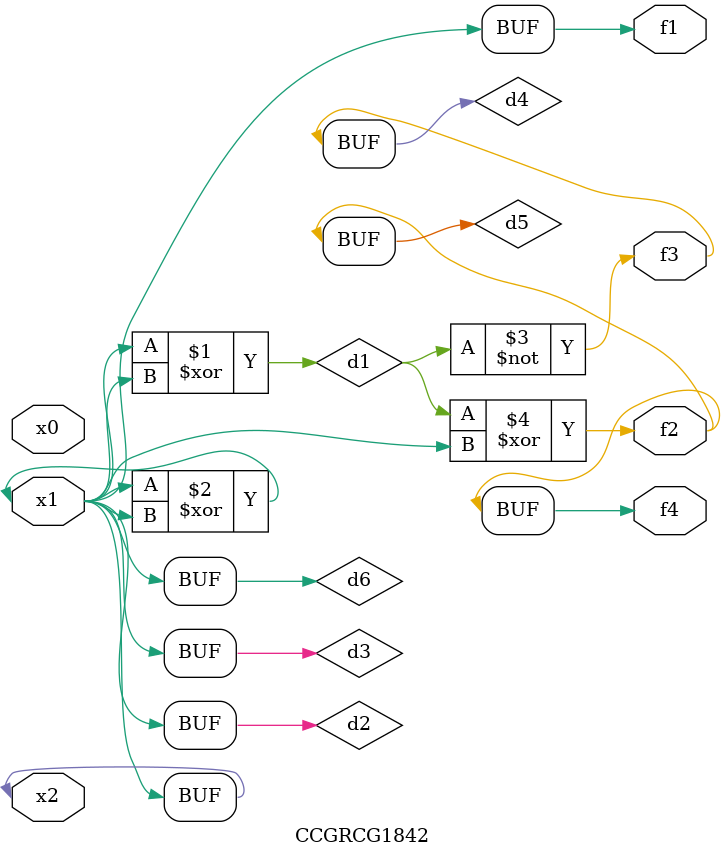
<source format=v>
module CCGRCG1842(
	input x0, x1, x2,
	output f1, f2, f3, f4
);

	wire d1, d2, d3, d4, d5, d6;

	xor (d1, x1, x2);
	buf (d2, x1, x2);
	xor (d3, x1, x2);
	nor (d4, d1);
	xor (d5, d1, d2);
	buf (d6, d2, d3);
	assign f1 = d6;
	assign f2 = d5;
	assign f3 = d4;
	assign f4 = d5;
endmodule

</source>
